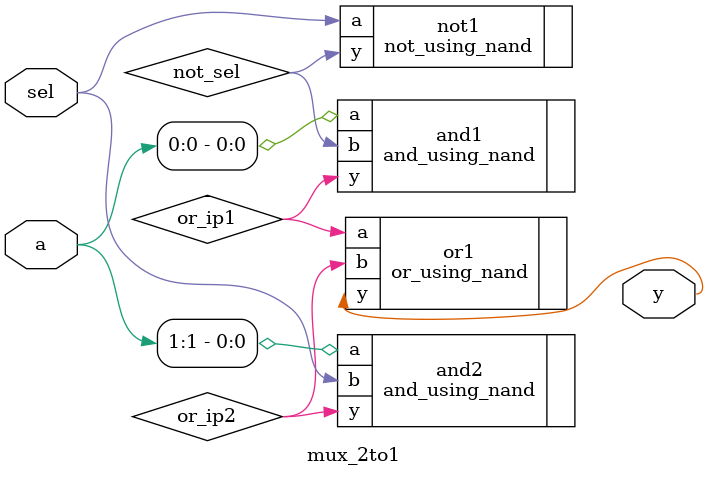
<source format=v>
`include "basic_gates.v"

module mux_2to1 (
    input [1:0] a,
    input sel,
    output y
);
  wire not_sel, or_ip1, or_ip2;
  not_using_nand not1 (
      .a(sel),
      .y(not_sel)
  );
  and_using_nand and1 (
      .a(a[0]),
      .b(not_sel),
      .y(or_ip1)
  );
  and_using_nand and2 (
      .a(a[1]),
      .b(sel),
      .y(or_ip2)
  );
  or_using_nand or1 (
      .a(or_ip1),
      .b(or_ip2),
      .y(y)
  );
endmodule

</source>
